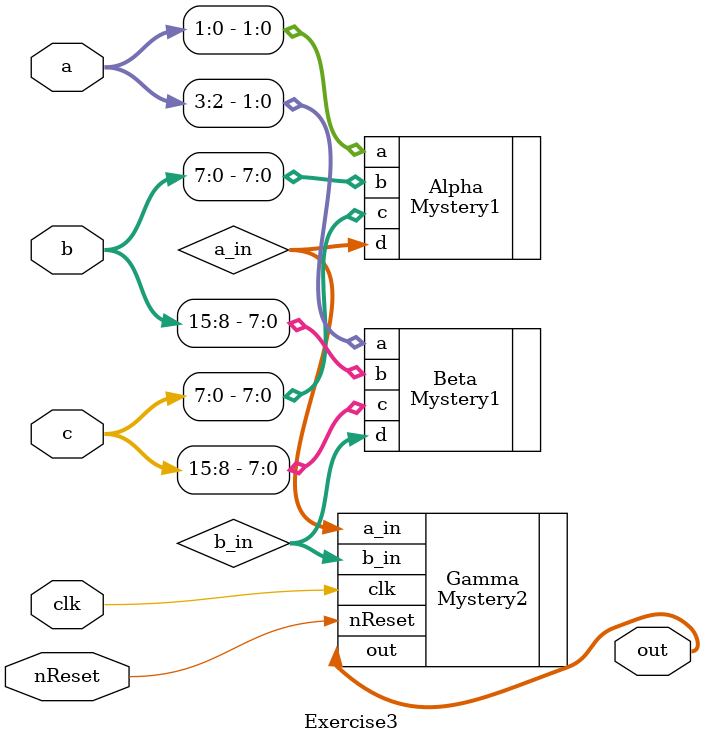
<source format=sv>
module Exercise3 (
    input clk,
    input nReset,
    input [3:0] a,
    input [15:0] b,
    input [15:0] c,
    output [15:0] out
);

logic [7:0] a_in, b_in;

Mystery1 Alpha (
    .a(a[1:0]),
    .b(b[7:0]),
    .c(c[7:0]),
    .d(a_in)
);
Mystery1 Beta (
    .a(a[3:2]),
    .b(b[15:8]),
    .c(c[15:8]),
    .d(b_in)
);

Mystery2 Gamma (
    .clk(clk),
    .nReset(nReset),
    .a_in(a_in),
    .b_in(b_in),
    .out(out)
);

endmodule

</source>
